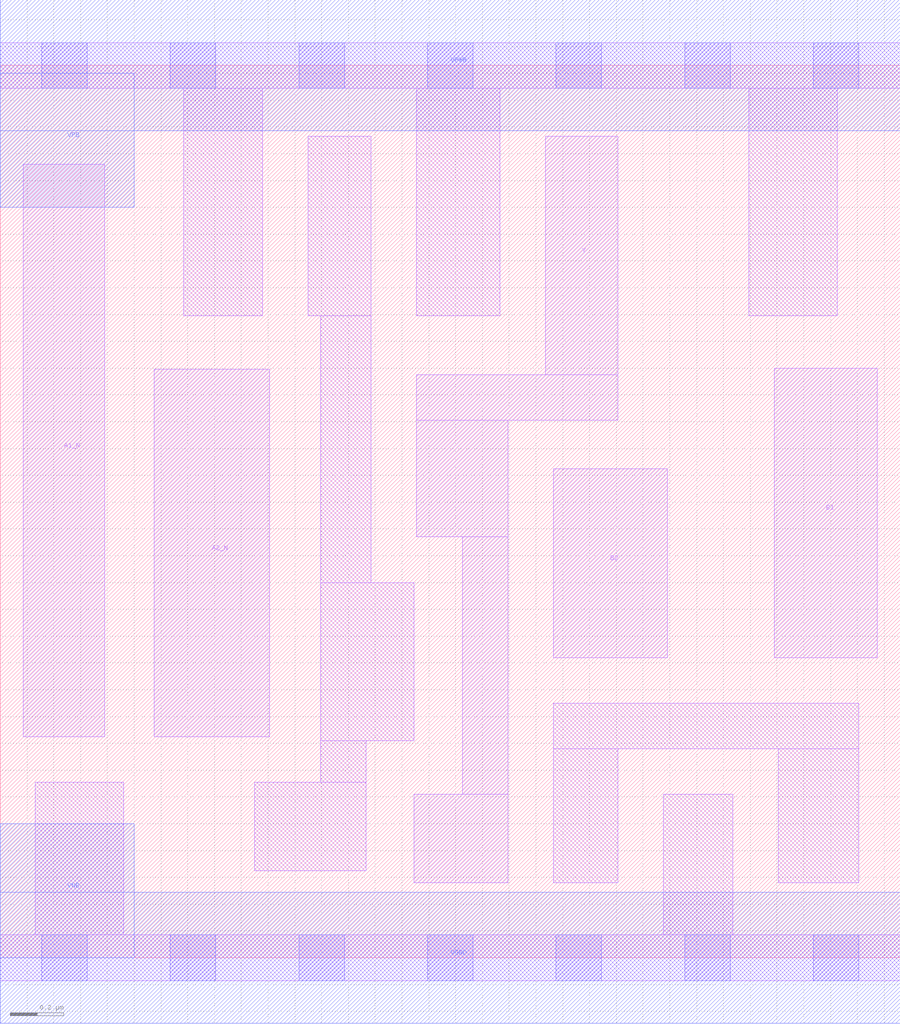
<source format=lef>
# Copyright 2020 The SkyWater PDK Authors
#
# Licensed under the Apache License, Version 2.0 (the "License");
# you may not use this file except in compliance with the License.
# You may obtain a copy of the License at
#
#     https://www.apache.org/licenses/LICENSE-2.0
#
# Unless required by applicable law or agreed to in writing, software
# distributed under the License is distributed on an "AS IS" BASIS,
# WITHOUT WARRANTIES OR CONDITIONS OF ANY KIND, either express or implied.
# See the License for the specific language governing permissions and
# limitations under the License.
#
# SPDX-License-Identifier: Apache-2.0

VERSION 5.5 ;
NAMESCASESENSITIVE ON ;
BUSBITCHARS "[]" ;
DIVIDERCHAR "/" ;
MACRO sky130_fd_sc_lp__o2bb2ai_0
  CLASS CORE ;
  SOURCE USER ;
  ORIGIN  0.000000  0.000000 ;
  SIZE  3.360000 BY  3.330000 ;
  SYMMETRY X Y R90 ;
  SITE unit ;
  PIN A1_N
    ANTENNAGATEAREA  0.159000 ;
    DIRECTION INPUT ;
    USE SIGNAL ;
    PORT
      LAYER li1 ;
        RECT 0.085000 0.825000 0.390000 2.960000 ;
    END
  END A1_N
  PIN A2_N
    ANTENNAGATEAREA  0.159000 ;
    DIRECTION INPUT ;
    USE SIGNAL ;
    PORT
      LAYER li1 ;
        RECT 0.575000 0.825000 1.005000 2.195000 ;
    END
  END A2_N
  PIN B1
    ANTENNAGATEAREA  0.159000 ;
    DIRECTION INPUT ;
    USE SIGNAL ;
    PORT
      LAYER li1 ;
        RECT 2.890000 1.120000 3.275000 2.200000 ;
    END
  END B1
  PIN B2
    ANTENNAGATEAREA  0.159000 ;
    DIRECTION INPUT ;
    USE SIGNAL ;
    PORT
      LAYER li1 ;
        RECT 2.065000 1.120000 2.490000 1.825000 ;
    END
  END B2
  PIN Y
    ANTENNADIFFAREA  0.290500 ;
    DIRECTION OUTPUT ;
    USE SIGNAL ;
    PORT
      LAYER li1 ;
        RECT 1.545000 0.280000 1.895000 0.610000 ;
        RECT 1.555000 1.570000 1.895000 2.005000 ;
        RECT 1.555000 2.005000 2.305000 2.175000 ;
        RECT 1.725000 0.610000 1.895000 1.570000 ;
        RECT 2.035000 2.175000 2.305000 3.065000 ;
    END
  END Y
  PIN VGND
    DIRECTION INOUT ;
    USE GROUND ;
    PORT
      LAYER met1 ;
        RECT 0.000000 -0.245000 3.360000 0.245000 ;
    END
  END VGND
  PIN VNB
    DIRECTION INOUT ;
    USE GROUND ;
    PORT
      LAYER met1 ;
        RECT 0.000000 0.000000 0.500000 0.500000 ;
    END
  END VNB
  PIN VPB
    DIRECTION INOUT ;
    USE POWER ;
    PORT
      LAYER met1 ;
        RECT 0.000000 2.800000 0.500000 3.300000 ;
    END
  END VPB
  PIN VPWR
    DIRECTION INOUT ;
    USE POWER ;
    PORT
      LAYER met1 ;
        RECT 0.000000 3.085000 3.360000 3.575000 ;
    END
  END VPWR
  OBS
    LAYER li1 ;
      RECT 0.000000 -0.085000 3.360000 0.085000 ;
      RECT 0.000000  3.245000 3.360000 3.415000 ;
      RECT 0.130000  0.085000 0.460000 0.655000 ;
      RECT 0.685000  2.395000 0.980000 3.245000 ;
      RECT 0.950000  0.325000 1.365000 0.655000 ;
      RECT 1.150000  2.395000 1.385000 3.065000 ;
      RECT 1.195000  0.655000 1.365000 0.810000 ;
      RECT 1.195000  0.810000 1.545000 1.400000 ;
      RECT 1.195000  1.400000 1.385000 2.395000 ;
      RECT 1.555000  2.395000 1.865000 3.245000 ;
      RECT 2.065000  0.280000 2.305000 0.780000 ;
      RECT 2.065000  0.780000 3.205000 0.950000 ;
      RECT 2.475000  0.085000 2.735000 0.610000 ;
      RECT 2.795000  2.395000 3.125000 3.245000 ;
      RECT 2.905000  0.280000 3.205000 0.780000 ;
    LAYER mcon ;
      RECT 0.155000 -0.085000 0.325000 0.085000 ;
      RECT 0.155000  3.245000 0.325000 3.415000 ;
      RECT 0.635000 -0.085000 0.805000 0.085000 ;
      RECT 0.635000  3.245000 0.805000 3.415000 ;
      RECT 1.115000 -0.085000 1.285000 0.085000 ;
      RECT 1.115000  3.245000 1.285000 3.415000 ;
      RECT 1.595000 -0.085000 1.765000 0.085000 ;
      RECT 1.595000  3.245000 1.765000 3.415000 ;
      RECT 2.075000 -0.085000 2.245000 0.085000 ;
      RECT 2.075000  3.245000 2.245000 3.415000 ;
      RECT 2.555000 -0.085000 2.725000 0.085000 ;
      RECT 2.555000  3.245000 2.725000 3.415000 ;
      RECT 3.035000 -0.085000 3.205000 0.085000 ;
      RECT 3.035000  3.245000 3.205000 3.415000 ;
  END
END sky130_fd_sc_lp__o2bb2ai_0

</source>
